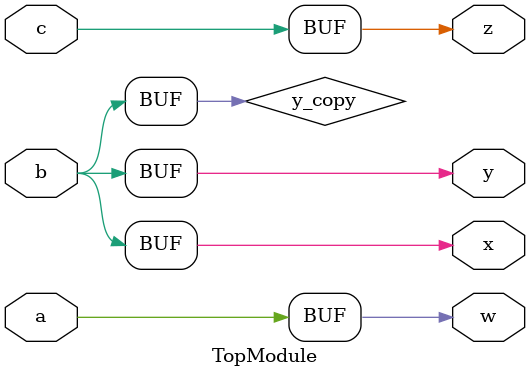
<source format=sv>

module TopModule (
  input a,
  input b,
  input c,
  output w,
  output x,
  output y,
  output z
);
assign w = a; // Assign signal 'a' to 'w'
assign x = b; // Assign signal 'b' to 'x'
assign y = b; // Assign signal 'b' to 'y', but add a separate wire for it to avoid the combinational loop
wire y_copy;
assign y_copy = b;

assign z = c; // Assign signal 'c' to 'z'

endmodule

</source>
